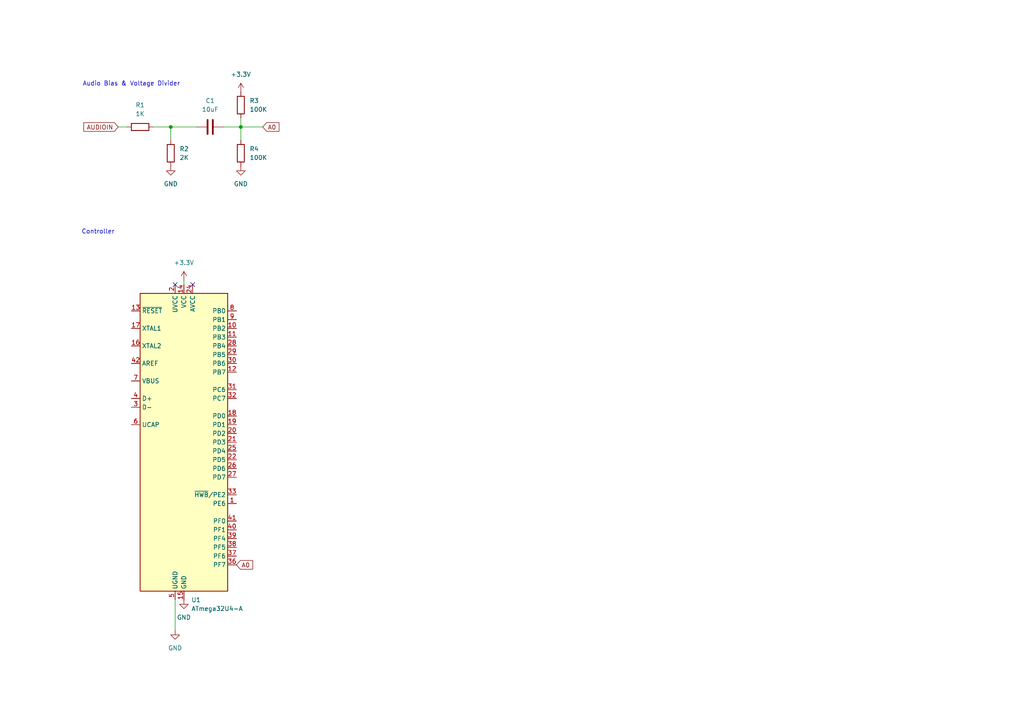
<source format=kicad_sch>
(kicad_sch (version 20250114) (generator "eeschema") (generator_version "9.0")
  (paper "A4")
  (lib_symbols
    (symbol "Device:C" (pin_numbers (hide yes)) (pin_names (offset 0.254))
      (property "Reference" "C" (at 0.635 2.54 0))
      (property "Value" "C" (at 0.635 -2.54 0))
      (symbol "C_0_1"
        (polyline (pts (xy -2.032 0.762) (xy 2.032 0.762)) (stroke (width 0.508)))
        (polyline (pts (xy -2.032 -0.762) (xy 2.032 -0.762)) (stroke (width 0.508)))
      )
      (symbol "C_1_1"
        (pin passive line (at 0 3.81 270) (length 2.794) (name "~") (number "1"))
        (pin passive line (at 0 -3.81 90) (length 2.794) (name "~") (number "2"))
      )
    )
    (symbol "Device:R" (pin_numbers (hide yes)) (pin_names (offset 0))
      (property "Reference" "R" (at 2.032 0 90))
      (property "Value" "R" (at 0 0 90))
      (symbol "R_0_1"
        (rectangle (start -1.016 -2.54) (end 1.016 2.54) (stroke (width 0.254)))
      )
      (symbol "R_1_1"
        (pin passive line (at 0 3.81 270) (length 1.27) (name "~") (number "1"))
        (pin passive line (at 0 -3.81 90) (length 1.27) (name "~") (number "2"))
      )
    )
    (symbol "MCU_Microchip_ATmega:ATmega32U4-A"
      (property "Reference" "U" (at -12.7 44.45 0))
      (property "Value" "ATmega32U4-A" (at 2.54 -44.45 0))
      (symbol "ATmega32U4-A_0_1"
        (rectangle (start -12.7 -43.18) (end 12.7 43.18) (stroke (width 0.254)) (fill (type background)))
      )
      (symbol "ATmega32U4-A_1_1"
        (pin input line (at -15.24 38.1 0) (length 2.54) (name "~{RESET}") (number "13"))
        (pin input line (at -15.24 33.02 0) (length 2.54) (name "XTAL1") (number "17"))
        (pin output line (at -15.24 27.94 0) (length 2.54) (name "XTAL2") (number "16"))
        (pin passive line (at -15.24 22.86 0) (length 2.54) (name "AREF") (number "42"))
        (pin input line (at -15.24 17.78 0) (length 2.54) (name "VBUS") (number "7"))
        (pin bidirectional line (at -15.24 12.7 0) (length 2.54) (name "D+") (number "4"))
        (pin bidirectional line (at -15.24 10.16 0) (length 2.54) (name "D-") (number "3"))
        (pin passive line (at -15.24 5.08 0) (length 2.54) (name "UCAP") (number "6"))
        (pin power_in line (at -2.54 45.72 270) (length 2.54) (name "UVCC") (number "2"))
        (pin passive line (at -2.54 -45.72 90) (length 2.54) (name "UGND") (number "5"))
        (pin power_in line (at 0 45.72 270) (length 2.54) (name "VCC") (number "14"))
        (pin passive line (at 0 45.72 270) (length 2.54) (hide yes) (name "VCC") (number "34"))
        (pin power_in line (at 0 -45.72 90) (length 2.54) (name "GND") (number "15"))
        (pin passive line (at 0 -45.72 90) (length 2.54) (hide yes) (name "GND") (number "23"))
        (pin passive line (at 0 -45.72 90) (length 2.54) (hide yes) (name "GND") (number "35"))
        (pin passive line (at 0 -45.72 90) (length 2.54) (hide yes) (name "GND") (number "43"))
        (pin power_in line (at 2.54 45.72 270) (length 2.54) (name "AVCC") (number "24"))
        (pin passive line (at 2.54 45.72 270) (length 2.54) (hide yes) (name "AVCC") (number "44"))
        (pin bidirectional line (at 15.24 38.1 180) (length 2.54) (name "PB0") (number "8"))
        (pin bidirectional line (at 15.24 35.56 180) (length 2.54) (name "PB1") (number "9"))
        (pin bidirectional line (at 15.24 33.02 180) (length 2.54) (name "PB2") (number "10"))
        (pin bidirectional line (at 15.24 30.48 180) (length 2.54) (name "PB3") (number "11"))
        (pin bidirectional line (at 15.24 27.94 180) (length 2.54) (name "PB4") (number "28"))
        (pin bidirectional line (at 15.24 25.4 180) (length 2.54) (name "PB5") (number "29"))
        (pin bidirectional line (at 15.24 22.86 180) (length 2.54) (name "PB6") (number "30"))
        (pin bidirectional line (at 15.24 20.32 180) (length 2.54) (name "PB7") (number "12"))
        (pin bidirectional line (at 15.24 15.24 180) (length 2.54) (name "PC6") (number "31"))
        (pin bidirectional line (at 15.24 12.7 180) (length 2.54) (name "PC7") (number "32"))
        (pin bidirectional line (at 15.24 7.62 180) (length 2.54) (name "PD0") (number "18"))
        (pin bidirectional line (at 15.24 5.08 180) (length 2.54) (name "PD1") (number "19"))
        (pin bidirectional line (at 15.24 2.54 180) (length 2.54) (name "PD2") (number "20"))
        (pin bidirectional line (at 15.24 0 180) (length 2.54) (name "PD3") (number "21"))
        (pin bidirectional line (at 15.24 -2.54 180) (length 2.54) (name "PD4") (number "25"))
        (pin bidirectional line (at 15.24 -5.08 180) (length 2.54) (name "PD5") (number "22"))
        (pin bidirectional line (at 15.24 -7.62 180) (length 2.54) (name "PD6") (number "26"))
        (pin bidirectional line (at 15.24 -10.16 180) (length 2.54) (name "PD7") (number "27"))
        (pin bidirectional line (at 15.24 -15.24 180) (length 2.54) (name "~{HWB}/PE2") (number "33"))
        (pin bidirectional line (at 15.24 -17.78 180) (length 2.54) (name "PE6") (number "1"))
        (pin bidirectional line (at 15.24 -22.86 180) (length 2.54) (name "PF0") (number "41"))
        (pin bidirectional line (at 15.24 -25.4 180) (length 2.54) (name "PF1") (number "40"))
        (pin bidirectional line (at 15.24 -27.94 180) (length 2.54) (name "PF4") (number "39"))
        (pin bidirectional line (at 15.24 -30.48 180) (length 2.54) (name "PF5") (number "38"))
        (pin bidirectional line (at 15.24 -33.02 180) (length 2.54) (name "PF6") (number "37"))
        (pin bidirectional line (at 15.24 -35.56 180) (length 2.54) (name "PF7") (number "36"))
      )
    )
    (symbol "power:+3.3V" (power) (pin_numbers (hide yes)) (pin_names (offset 0) (hide yes))
      (property "Value" "+3.3V" (at 0 3.556 0))
      (symbol "+3.3V_0_1"
        (polyline (pts (xy -0.762 1.27) (xy 0 2.54)))
        (polyline (pts (xy 0 2.54) (xy 0.762 1.27)))
        (polyline (pts (xy 0 0) (xy 0 2.54)))
      )
      (symbol "+3.3V_1_1"
        (pin power_in line (at 0 0 90) (length 0) (name "~") (number "1"))
      )
    )
    (symbol "power:GND" (power) (pin_numbers (hide yes)) (pin_names (offset 0) (hide yes))
      (property "Value" "GND" (at 0 -3.81 0))
      (symbol "GND_0_1"
        (polyline (pts (xy 0 0) (xy 0 -1.27) (xy 1.27 -1.27) (xy 0 -2.54) (xy -1.27 -1.27) (xy 0 -1.27)))
      )
      (symbol "GND_1_1"
        (pin power_in line (at 0 0 270) (length 0) (name "~") (number "1"))
      )
    )
  )
  (text "Audio Bias & Voltage Divider" (at 38.1 24.384 0) (effects (font (size 1.27 1.27))))
  (text "Controller" (at 28.448 67.31 0) (effects (font (size 1.27 1.27))))
  (junction (at 49.53 36.83))
  (junction (at 69.85 36.83))
  (no_connect (at 55.88 82.55))
  (no_connect (at 50.8 82.55))
  (wire (pts (xy 34.29 36.83) (xy 36.83 36.83)))
  (wire (pts (xy 44.45 36.83) (xy 49.53 36.83)))
  (wire (pts (xy 49.53 36.83) (xy 57.15 36.83)))
  (wire (pts (xy 69.85 34.29) (xy 69.85 36.83)))
  (wire (pts (xy 49.53 36.83) (xy 49.53 40.64)))
  (wire (pts (xy 64.77 36.83) (xy 69.85 36.83)))
  (wire (pts (xy 69.85 36.83) (xy 69.85 40.64)))
  (wire (pts (xy 53.34 81.28) (xy 53.34 82.55)))
  (wire (pts (xy 69.85 36.83) (xy 76.2 36.83)))
  (wire (pts (xy 50.8 182.88) (xy 50.8 173.99)))
  (global_label "A0" (shape input) (at 68.58 163.83 0) (property "Intersheetrefs" "${INTERSHEET_REFS}" (effects (hide yes))))
  (global_label "A0" (shape input) (at 76.2 36.83 0) (property "Intersheetrefs" "${INTERSHEET_REFS}" (effects (hide yes))))
  (global_label "AUDIOIN" (shape input) (at 34.29 36.83 180) (property "Intersheetrefs" "${INTERSHEET_REFS}" (effects (hide yes))))
  (symbol (lib_id "MCU_Microchip_ATmega:ATmega32U4-A") (at 53.34 128.27 0) (unit 1)
    (property "Reference" "U1" (at 55.4833 173.99 0) (effects (justify left)))
    (property "Value" "ATmega32U4-A" (at 55.4833 176.53 0) (effects (justify left)))
    (property "Footprint" "Package_QFP:TQFP-44_10x10mm_P0.8mm" (effects (hide yes)))
    (property "Datasheet" "http://ww1.microchip.com/downloads/en/DeviceDoc/Atmel-7766-8-bit-AVR-ATmega16U4-32U4_Datasheet.pdf" (effects (hide yes)))
    (property "Description" "16MHz, 32kB Flash, 2.5kB SRAM, 1kB EEPROM, USB 2.0, TQFP-44" (effects (hide yes)))
  )
  (symbol (lib_id "power:GND") (at 50.8 182.88 0) (unit 1)
    (property "Reference" "#PWR04" (effects (hide yes)))
    (property "Value" "GND" (at 50.8 187.96 0))
    (property "Description" "Power symbol creates a global label with name \"GND\" , ground" (effects (hide yes)))
  )
  (symbol (lib_id "power:GND") (at 53.34 173.99 0) (unit 1)
    (property "Reference" "#PWR05" (effects (hide yes)))
    (property "Value" "GND" (at 53.34 179.07 0))
    (property "Description" "Power symbol creates a global label with name \"GND\" , ground" (effects (hide yes)))
  )
  (symbol (lib_id "Device:C") (at 60.96 36.83 90) (unit 1)
    (property "Reference" "C1" (at 60.96 29.21 90))
    (property "Value" "10uF" (at 60.96 31.75 90))
    (property "Description" "Unpolarized capacitor" (effects (hide yes)))
  )
  (symbol (lib_id "power:+3.3V") (at 53.34 81.28 0) (unit 1)
    (property "Reference" "#PWR06" (effects (hide yes)))
    (property "Value" "+3.3V" (at 53.34 76.2 0))
    (property "Description" "Power symbol creates a global label with name \"+3.3V\"" (effects (hide yes)))
  )
  (symbol (lib_id "Device:R") (at 40.64 36.83 90) (unit 1)
    (property "Reference" "R1" (at 40.64 30.48 90))
    (property "Value" "1K" (at 40.64 33.02 90))
    (property "Description" "Resistor" (effects (hide yes)))
  )
  (symbol (lib_id "power:GND") (at 49.53 48.26 0) (unit 1)
    (property "Reference" "#PWR01" (effects (hide yes)))
    (property "Value" "GND" (at 49.53 53.34 0))
    (property "Description" "Power symbol creates a global label with name \"GND\" , ground" (effects (hide yes)))
  )
  (symbol (lib_id "Device:R") (at 49.53 44.45 0) (unit 1)
    (property "Reference" "R2" (at 52.07 43.1799 0) (effects (justify left)))
    (property "Value" "2K" (at 52.07 45.7199 0) (effects (justify left)))
    (property "Description" "Resistor" (effects (hide yes)))
  )
  (symbol (lib_id "Device:R") (at 69.85 44.45 0) (unit 1)
    (property "Reference" "R4" (at 72.39 43.1799 0) (effects (justify left)))
    (property "Value" "100K" (at 72.39 45.7199 0) (effects (justify left)))
    (property "Description" "Resistor" (effects (hide yes)))
  )
  (symbol (lib_id "power:+3.3V") (at 69.85 26.67 0) (unit 1)
    (property "Reference" "#PWR02" (effects (hide yes)))
    (property "Value" "+3.3V" (at 69.85 21.59 0))
    (property "Description" "Power symbol creates a global label with name \"+3.3V\"" (effects (hide yes)))
  )
  (symbol (lib_id "Device:R") (at 69.85 30.48 0) (unit 1)
    (property "Reference" "R3" (at 72.39 29.2099 0) (effects (justify left)))
    (property "Value" "100K" (at 72.39 31.7499 0) (effects (justify left)))
    (property "Description" "Resistor" (effects (hide yes)))
  )
  (symbol (lib_id "power:GND") (at 69.85 48.26 0) (unit 1)
    (property "Reference" "#PWR03" (effects (hide yes)))
    (property "Value" "GND" (at 69.85 53.34 0))
    (property "Description" "Power symbol creates a global label with name \"GND\" , ground" (effects (hide yes)))
  )
)
</source>
